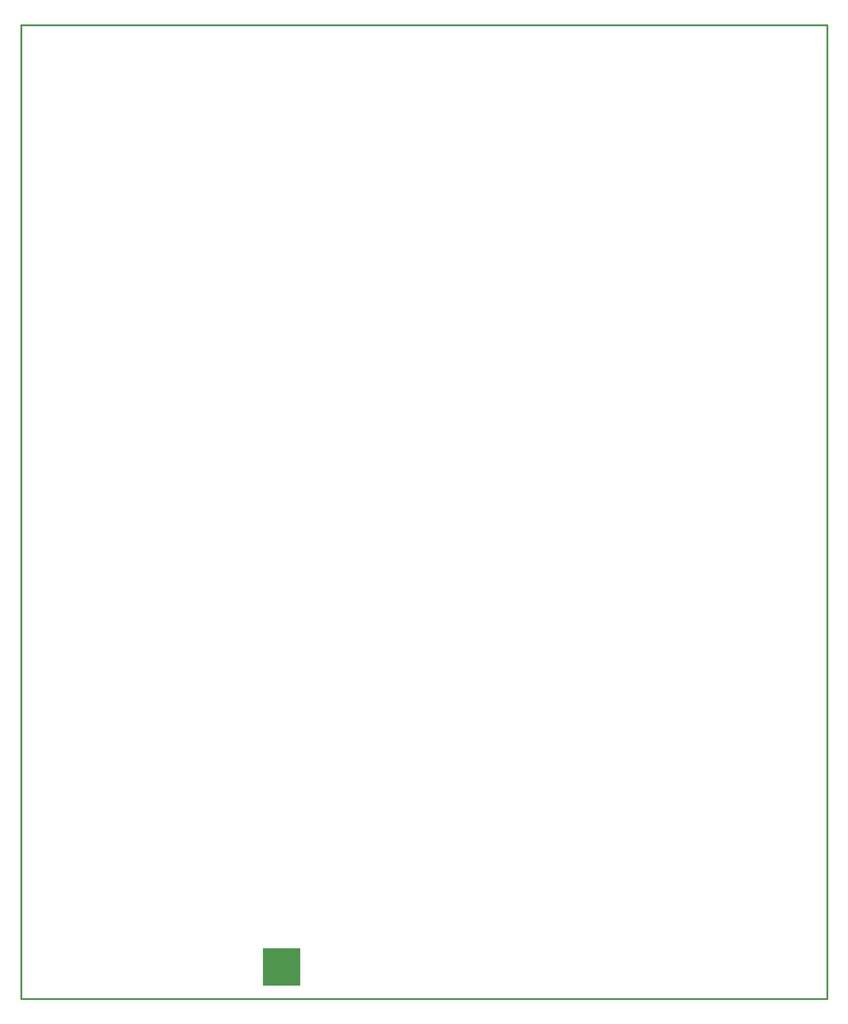
<source format=gbo>
%TF.GenerationSoftware,KiCad,Pcbnew,7.0.5*%
%TF.CreationDate,2023-12-11T22:38:38-06:00*%
%TF.ProjectId,S100-Backplane,53313030-2d42-4616-936b-706c616e652e,rev?*%
%TF.SameCoordinates,Original*%
%TF.FileFunction,Legend,Bot*%
%TF.FilePolarity,Positive*%
%FSLAX46Y46*%
G04 Gerber Fmt 4.6, Leading zero omitted, Abs format (unit mm)*
G04 Created by KiCad (PCBNEW 7.0.5) date 2023-12-11 22:38:38*
%MOMM*%
%LPD*%
G01*
G04 APERTURE LIST*
%ADD10R,8.890000X8.890000*%
%TA.AperFunction,Profile*%
%ADD11C,0.381000*%
%TD*%
G04 APERTURE END LIST*
D10*
%TO.C,IC1*%
X190309500Y-297180000D03*
%TD*%
D11*
X319024000Y-304673000D02*
X319024000Y-74930000D01*
X128778000Y-304673000D02*
X319024000Y-304673000D01*
X128778000Y-74930000D02*
X128778000Y-304673000D01*
X319024000Y-74930000D02*
X128778000Y-74930000D01*
M02*

</source>
